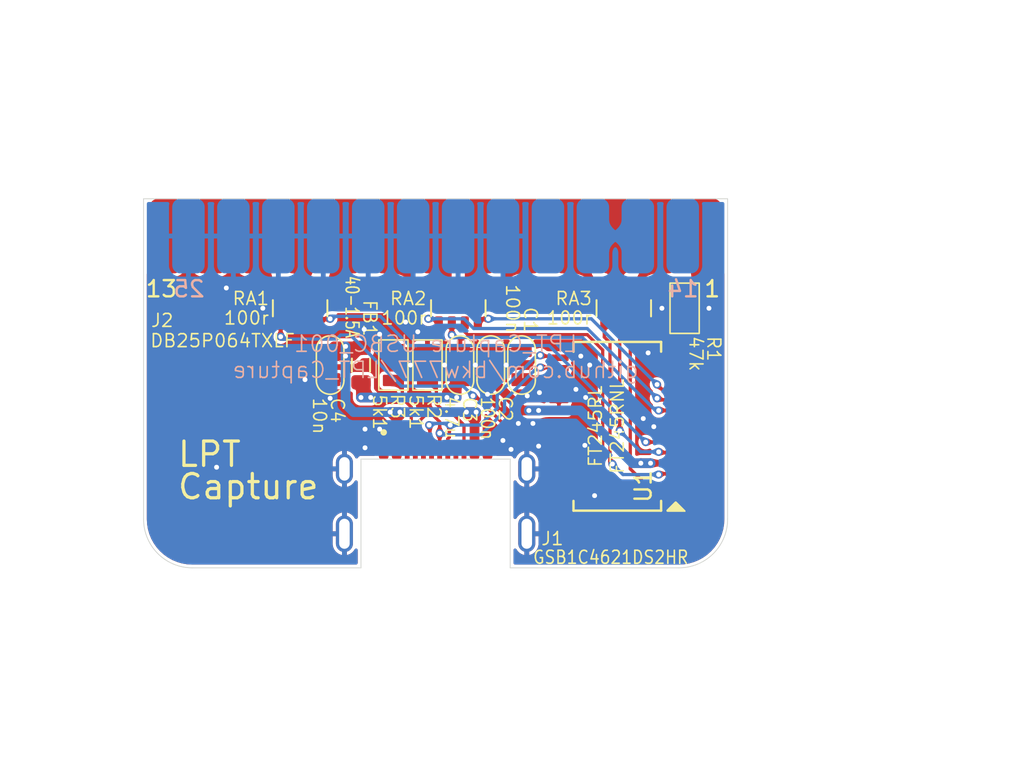
<source format=kicad_pcb>
(kicad_pcb (version 20241229) (generator "pcbnew") (generator_version "9.0")
  (title_block (title "LPT_Capture") (date "2025-12-03") (rev "USBC_001") (company "b.kenyon.w@gmail.com") (comment 1 "CC-BY-SA") (comment 2 "github.com/bkw777/LPT_Capture"))
  (layers (0 "F.Cu" signal) (2 "B.Cu" signal) (13 "F.Paste" user) (15 "B.Paste" user) (5 "F.SilkS" user "F.Silkscreen") (7 "B.SilkS" user "B.Silkscreen") (1 "F.Mask" user) (3 "B.Mask" user) (25 "Edge.Cuts" user))
  (net 0 "")
  (net 1 "GND")
  (net 2 "/3v3")
  (net 3 "/USB+")
  (net 4 "/USB-")
  (net 5 "/D1")
  (net 6 "/D2")
  (net 7 "/D0")
  (net 8 "/D3")
  (net 9 "/D5")
  (net 10 "/D6")
  (net 11 "/D4")
  (net 12 "/D7")
  (net 13 "/WR")
  (net 14 "/~{TXE}")
  (net 15 "VCC")
  (net 16 "/ONLINE")
  (net 17 "/~{RST_ERR}")
  (net 18 "/PD6")
  (net 19 "/PD5")
  (net 20 "/PD4")
  (net 21 "/PD3")
  (net 22 "/~{SELIN}")
  (net 23 "/PD1")
  (net 24 "/PD0")
  (net 25 "/~{STROBE}")
  (net 26 "VBUS")
  (net 27 "/BUSY")
  (net 28 "Net-(J1-CC2)")
  (net 29 "/~{AUTOFD}")
  (net 39 "/PD2")
  (net 40 "/PD7")
  (net 41 "Net-(J1-CC1)")
  (footprint "000_LOCAL:R_0805" (layer "F.Cu") (at 165.35 97 -90)
    (property "Reference" "R1" (at 1.65 -1.8 270) (layer "F.SilkS") (effects (font (size 0.8 0.8) (thickness 0.1)) (justify left)))
    (property "Value" "47k" (at 1.65 -0.7 270) (layer "F.SilkS") (effects (font (size 0.8 0.8) (thickness 0.1)) (justify left)))
    (fp_rect (start -1.55 -0.9) (end 1.55 0.9) (stroke (width 0.1)) (fill no) (layer "F.SilkS"))
    (pad "1" smd roundrect (at -0.95 0 270) (size 0.7 1.3) (layers "F.Cu" "F.Mask" "F.Paste") (roundrect_rratio 0.1) (net 25 "/~{STROBE}"))
    (pad "2" smd roundrect (at 0.95 0 270) (size 0.7 1.3) (layers "F.Cu" "F.Mask" "F.Paste") (roundrect_rratio 0.1) (net 15 "VCC"))
  )
  (footprint "000_LOCAL:DSUB-25_Male_EdgeMount_P2.77mm" (layer "F.Cu") (at 150 90.149 180)
    (property "Reference" "J2" (hide yes))
    (property "Value" "DB25P064TXLF" (at 17.65 -8.851 0) (layer "F.SilkS") (effects (font (size 0.8 0.8) (thickness 0.1)) (justify left)))
    (fp_text user "${REFERENCE}" (at 17.6 -7.601 0) (layer "F.SilkS") (effects (font (size 0.8 0.8) (thickness 0.1)) (justify left)))
    (pad "1" smd roundrect (at -16.62 -2.4 180) (size 2 4.6) (layers "F.Cu" "F.Mask") (net 25 "/~{STROBE}"))
    (pad "2" smd roundrect (at -13.85 -2.4 180) (size 2 4.6) (layers "F.Cu" "F.Mask") (net 24 "/PD0"))
    (pad "3" smd roundrect (at -11.08 -2.4 180) (size 2 4.6) (layers "F.Cu" "F.Mask") (net 23 "/PD1"))
    (pad "4" smd roundrect (at -8.31 -2.4 180) (size 2 4.6) (layers "F.Cu" "F.Mask") (net 39 "/PD2"))
    (pad "5" smd roundrect (at -5.54 -2.4 180) (size 2 4.6) (layers "F.Cu" "F.Mask") (net 21 "/PD3"))
    (pad "6" smd roundrect (at -2.77 -2.4 180) (size 2 4.6) (layers "F.Cu" "F.Mask") (net 20 "/PD4"))
    (pad "7" smd roundrect (at 0 -2.4 180) (size 2 4.6) (layers "F.Cu" "F.Mask") (net 19 "/PD5"))
    (pad "8" smd roundrect (at 2.77 -2.4 180) (size 2 4.6) (layers "F.Cu" "F.Mask") (net 18 "/PD6"))
    (pad "9" smd roundrect (at 5.54 -2.4 180) (size 2 4.6) (layers "F.Cu" "F.Mask") (net 40 "/PD7"))
    (pad "10" smd roundrect (at 8.31 -2.4 180) (size 2 4.6) (layers "F.Cu" "F.Mask") (net 25 "/~{STROBE}"))
    (pad "11" smd roundrect (at 11.08 -2.4 180) (size 2 4.6) (layers "F.Cu" "F.Mask") (net 27 "/BUSY"))
    (pad "12" smd roundrect (at 13.85 -2.4 180) (size 2 4.6) (layers "F.Cu" "F.Mask") (net 1 "GND"))
    (pad "13" smd roundrect (at 16.62 -2.4 180) (size 2 4.6) (layers "F.Cu" "F.Mask") (net 16 "/ONLINE"))
    (pad "14" smd roundrect (at -15.235 -2.4 180) (size 2 4.6) (layers "B.Cu" "B.Mask") (net 29 "/~{AUTOFD}"))
    (pad "15" smd roundrect (at -12.465 -2.4 180) (size 2 4.6) (layers "B.Cu" "B.Mask") (net 17 "/~{RST_ERR}"))
    (pad "16" smd roundrect (at -9.695 -2.4 180) (size 2 4.6) (layers "B.Cu" "B.Mask") (net 17 "/~{RST_ERR}"))
    (pad "17" smd roundrect (at -6.925 -2.4 180) (size 2 4.6) (layers "B.Cu" "B.Mask") (net 22 "/~{SELIN}"))
    (pad "18" smd roundrect (at -4.155 -2.4 180) (size 2 4.6) (layers "B.Cu" "B.Mask") (net 1 "GND"))
    (pad "19" smd roundrect (at -1.385 -2.4 180) (size 2 4.6) (layers "B.Cu" "B.Mask") (net 1 "GND"))
    (pad "20" smd roundrect (at 1.385 -2.4 180) (size 2 4.6) (layers "B.Cu" "B.Mask") (net 1 "GND"))
    (pad "21" smd roundrect (at 4.155 -2.4 180) (size 2 4.6) (layers "B.Cu" "B.Mask") (net 1 "GND"))
    (pad "22" smd roundrect (at 6.925 -2.4 180) (size 2 4.6) (layers "B.Cu" "B.Mask") (net 1 "GND"))
    (pad "23" smd roundrect (at 9.695 -2.4 180) (size 2 4.6) (layers "B.Cu" "B.Mask") (net 1 "GND"))
    (pad "24" smd roundrect (at 12.465 -2.4 180) (size 2 4.6) (layers "B.Cu" "B.Mask") (net 1 "GND"))
    (pad "25" smd roundrect (at 15.235 -2.4 180) (size 2 4.6) (layers "B.Cu" "B.Mask") (net 1 "GND"))
  )
  (footprint "000_LOCAL:C_0805" (layer "F.Cu") (at 151.5 100.5 90)
    (property "Reference" "C3" (at -1.9 0.6 270) (layer "F.SilkS") (effects (font (size 0.8 0.8) (thickness 0.1)) (justify left)))
    (property "Value" "4.7u" (at -1.85 -0.5 270) (layer "F.SilkS") (effects (font (size 0.8 0.8) (thickness 0.1)) (justify left)))
    (fp_line (start -0.95 -0.85) (end 0.95 -0.85) (stroke (width 0.1)) (layer "F.SilkS"))
    (fp_line (start -0.95 0.85) (end 0.95 0.85) (stroke (width 0.1)) (layer "F.SilkS"))
    (fp_arc (start 0.95 -0.85) (mid 1.8 0) (end 0.95 0.85) (stroke (width 0.1)) (layer "F.SilkS"))
    (fp_arc (start -0.95 0.85) (mid -1.8 0) (end -0.95 -0.85) (stroke (width 0.1)) (layer "F.SilkS"))
    (pad "1" smd roundrect (at -0.9 0 90) (size 0.8 1.25) (layers "F.Cu" "F.Mask" "F.Paste") (roundrect_rratio 0.1) (net 15 "VCC"))
    (pad "2" smd roundrect (at 0.9 0 90) (size 0.8 1.25) (layers "F.Cu" "F.Mask" "F.Paste") (roundrect_rratio 0.1) (net 1 "GND"))
  )
  (footprint "000_LOCAL:R_Array_Convex_4x0603" (layer "F.Cu") (at 151.4 97 90)
    (property "Reference" "RA2" (at 0.6 -1.9 0) (layer "F.SilkS") (effects (font (size 0.8 0.8) (thickness 0.1)) (justify right)))
    (property "Value" "100r" (at -0.6 -1.9 0) (layer "F.SilkS") (effects (font (size 0.8 0.8) (thickness 0.1)) (justify right)))
    (fp_line (start 0.5 -1.68) (end -0.5 -1.68) (stroke (width 0.12)) (layer "F.SilkS"))
    (fp_line (start 0.5 1.68) (end -0.5 1.68) (stroke (width 0.12)) (layer "F.SilkS"))
    (pad "1" smd roundrect (at -0.9 -1.2 90) (size 0.8 0.5) (layers "F.Cu" "F.Mask" "F.Paste") (roundrect_rratio 0.2) (net 10 "/D6"))
    (pad "2" smd roundrect (at -0.9 -0.4 90) (size 0.8 0.5) (layers "F.Cu" "F.Mask" "F.Paste") (roundrect_rratio 0.2) (net 9 "/D5"))
    (pad "3" smd roundrect (at -0.9 0.4 90) (size 0.8 0.5) (layers "F.Cu" "F.Mask" "F.Paste") (roundrect_rratio 0.2) (net 11 "/D4"))
    (pad "4" smd roundrect (at -0.9 1.2 90) (size 0.8 0.5) (layers "F.Cu" "F.Mask" "F.Paste") (roundrect_rratio 0.2) (net 8 "/D3"))
    (pad "5" smd roundrect (at 0.9 1.2 90) (size 0.8 0.5) (layers "F.Cu" "F.Mask" "F.Paste") (roundrect_rratio 0.2) (net 21 "/PD3"))
    (pad "6" smd roundrect (at 0.9 0.4 90) (size 0.8 0.5) (layers "F.Cu" "F.Mask" "F.Paste") (roundrect_rratio 0.2) (net 20 "/PD4"))
    (pad "7" smd roundrect (at 0.9 -0.4 90) (size 0.8 0.5) (layers "F.Cu" "F.Mask" "F.Paste") (roundrect_rratio 0.2) (net 19 "/PD5"))
    (pad "8" smd roundrect (at 0.9 -1.2 90) (size 0.8 0.5) (layers "F.Cu" "F.Mask" "F.Paste") (roundrect_rratio 0.2) (net 18 "/PD6"))
  )
  (footprint "000_LOCAL:SSOP-28" (layer "F.Cu") (at 161.2 104.275 180)
    (property "Reference" "U1" (at -1.6 -4.8 90) (layer "F.SilkS") (effects (justify left)))
    (property "Value" "FT245RL" (at 1.35 0 90) (layer "F.SilkS") (effects (font (size 0.8 0.8) (thickness 0.1))))
    (fp_line (start 2.700001 5.2) (end 2.700001 4.6) (stroke (width 0.15)) (layer "F.SilkS"))
    (fp_line (start 2.700001 5.2) (end -2.7 5.2) (stroke (width 0.15)) (layer "F.SilkS"))
    (fp_line (start 2.7 -5.2) (end 2.7 -4.6) (stroke (width 0.15)) (layer "F.SilkS"))
    (fp_line (start -2.7 5.2) (end -2.7 4.6) (stroke (width 0.15)) (layer "F.SilkS"))
    (fp_line (start -2.7 -5.2) (end 2.7 -5.2) (stroke (width 0.15)) (layer "F.SilkS"))
    (fp_line (start -2.7 -5.2) (end -2.7 -4.6) (stroke (width 0.15)) (layer "F.SilkS"))
    (fp_poly (pts (xy -3.6 -4.7) (xy -3.1 -5.2) (xy -4.1 -5.2)) (stroke (width 0.15)) (fill yes) (layer "F.SilkS"))
    (pad "1" smd roundrect (at -3.6 -4.225 180) (size 1.2 0.4) (layers "F.Cu" "F.Mask" "F.Paste") (roundrect_rratio 0.18) (net 7 "/D0"))
    (pad "2" smd roundrect (at -3.6 -3.575 180) (size 1.2 0.4) (layers "F.Cu" "F.Mask" "F.Paste") (roundrect_rratio 0.18) (net 11 "/D4"))
    (pad "3" smd roundrect (at -3.6 -2.925 180) (size 1.2 0.4) (layers "F.Cu" "F.Mask" "F.Paste") (roundrect_rratio 0.18) (net 6 "/D2"))
    (pad "4" smd roundrect (at -3.6 -2.275 180) (size 1.2 0.4) (layers "F.Cu" "F.Mask" "F.Paste") (roundrect_rratio 0.18) (net 15 "VCC"))
    (pad "5" smd roundrect (at -3.6 -1.625 180) (size 1.2 0.4) (layers "F.Cu" "F.Mask" "F.Paste") (roundrect_rratio 0.18) (net 5 "/D1"))
    (pad "6" smd roundrect (at -3.6 -0.975 180) (size 1.2 0.4) (layers "F.Cu" "F.Mask" "F.Paste") (roundrect_rratio 0.18) (net 12 "/D7"))
    (pad "7" smd roundrect (at -3.6 -0.325 180) (size 1.2 0.4) (layers "F.Cu" "F.Mask" "F.Paste") (roundrect_rratio 0.18) (net 1 "GND"))
    (pad "8" smd roundrect (at -3.6 0.325 180) (size 1.2 0.4) (layers "F.Cu" "F.Mask" "F.Paste") (roundrect_rratio 0.18))
    (pad "9" smd roundrect (at -3.6 0.975 180) (size 1.2 0.4) (layers "F.Cu" "F.Mask" "F.Paste") (roundrect_rratio 0.18) (net 9 "/D5"))
    (pad "10" smd roundrect (at -3.6 1.625 180) (size 1.2 0.4) (layers "F.Cu" "F.Mask" "F.Paste") (roundrect_rratio 0.18) (net 10 "/D6"))
    (pad "11" smd roundrect (at -3.6 2.275 180) (size 1.2 0.4) (layers "F.Cu" "F.Mask" "F.Paste") (roundrect_rratio 0.18) (net 8 "/D3"))
    (pad "12" smd roundrect (at -3.6 2.925 180) (size 1.2 0.4) (layers "F.Cu" "F.Mask" "F.Paste") (roundrect_rratio 0.18))
    (pad "13" smd roundrect (at -3.6 3.575 180) (size 1.2 0.4) (layers "F.Cu" "F.Mask" "F.Paste") (roundrect_rratio 0.18) (net 15 "VCC"))
    (pad "14" smd roundrect (at -3.6 4.225 180) (size 1.2 0.4) (layers "F.Cu" "F.Mask" "F.Paste") (roundrect_rratio 0.18) (net 13 "/WR"))
    (pad "15" smd roundrect (at 3.6 4.225 180) (size 1.2 0.4) (layers "F.Cu" "F.Mask" "F.Paste") (roundrect_rratio 0.18) (net 3 "/USB+"))
    (pad "16" smd roundrect (at 3.6 3.575 180) (size 1.2 0.4) (layers "F.Cu" "F.Mask" "F.Paste") (roundrect_rratio 0.18) (net 4 "/USB-"))
    (pad "17" smd roundrect (at 3.6 2.925 180) (size 1.2 0.4) (layers "F.Cu" "F.Mask" "F.Paste") (roundrect_rratio 0.18) (net 2 "/3v3"))
    (pad "18" smd roundrect (at 3.6 2.275 180) (size 1.2 0.4) (layers "F.Cu" "F.Mask" "F.Paste") (roundrect_rratio 0.18) (net 1 "GND"))
    (pad "19" smd roundrect (at 3.6 1.625 180) (size 1.2 0.4) (layers "F.Cu" "F.Mask" "F.Paste") (roundrect_rratio 0.18) (net 15 "VCC"))
    (pad "20" smd roundrect (at 3.6 0.975 180) (size 1.2 0.4) (layers "F.Cu" "F.Mask" "F.Paste") (roundrect_rratio 0.18) (net 15 "VCC"))
    (pad "21" smd roundrect (at 3.6 0.325 180) (size 1.2 0.4) (layers "F.Cu" "F.Mask" "F.Paste") (roundrect_rratio 0.18) (net 1 "GND"))
    (pad "22" smd roundrect (at 3.6 -0.325 180) (size 1.2 0.4) (layers "F.Cu" "F.Mask" "F.Paste") (roundrect_rratio 0.18) (net 14 "/~{TXE}"))
    (pad "23" smd roundrect (at 3.6 -0.975 180) (size 1.2 0.4) (layers "F.Cu" "F.Mask" "F.Paste") (roundrect_rratio 0.18))
    (pad "24" smd roundrect (at 3.6 -1.625 180) (size 1.2 0.4) (layers "F.Cu" "F.Mask" "F.Paste") (roundrect_rratio 0.18))
    (pad "25" smd roundrect (at 3.6 -2.275 180) (size 1.2 0.4) (layers "F.Cu" "F.Mask" "F.Paste") (roundrect_rratio 0.18) (net 1 "GND"))
    (pad "26" smd roundrect (at 3.6 -2.925 180) (size 1.2 0.4) (layers "F.Cu" "F.Mask" "F.Paste") (roundrect_rratio 0.18) (net 1 "GND"))
    (pad "27" smd roundrect (at 3.6 -3.575 180) (size 1.2 0.4) (layers "F.Cu" "F.Mask" "F.Paste") (roundrect_rratio 0.18))
    (pad "28" smd roundrect (at 3.6 -4.225 180) (size 1.2 0.4) (layers "F.Cu" "F.Mask" "F.Paste") (roundrect_rratio 0.18))
  )
  (footprint "000_LOCAL:R_Array_Convex_4x0603" (layer "F.Cu") (at 141.65 97 90)
    (property "Reference" "RA1" (at 0.6 -1.85 0) (layer "F.SilkS") (effects (font (size 0.8 0.8) (thickness 0.1)) (justify right)))
    (property "Value" "100r" (at -0.6 -1.85 0) (layer "F.SilkS") (effects (font (size 0.8 0.8) (thickness 0.1)) (justify right)))
    (fp_line (start 0.5 -1.68) (end -0.5 -1.68) (stroke (width 0.12)) (layer "F.SilkS"))
    (fp_line (start 0.5 1.68) (end -0.5 1.68) (stroke (width 0.12)) (layer "F.SilkS"))
    (pad "1" smd roundrect (at -0.9 -1.2 90) (size 0.8 0.5) (layers "F.Cu" "F.Mask" "F.Paste") (roundrect_rratio 0.2) (net 14 "/~{TXE}"))
    (pad "2" smd roundrect (at -0.9 -0.4 90) (size 0.8 0.5) (layers "F.Cu" "F.Mask" "F.Paste") (roundrect_rratio 0.2))
    (pad "3" smd roundrect (at -0.9 0.4 90) (size 0.8 0.5) (layers "F.Cu" "F.Mask" "F.Paste") (roundrect_rratio 0.2))
    (pad "4" smd roundrect (at -0.9 1.2 90) (size 0.8 0.5) (layers "F.Cu" "F.Mask" "F.Paste") (roundrect_rratio 0.2) (net 12 "/D7"))
    (pad "5" smd roundrect (at 0.9 1.2 90) (size 0.8 0.5) (layers "F.Cu" "F.Mask" "F.Paste") (roundrect_rratio 0.2) (net 40 "/PD7"))
    (pad "6" smd roundrect (at 0.9 0.4 90) (size 0.8 0.5) (layers "F.Cu" "F.Mask" "F.Paste") (roundrect_rratio 0.2) (net 25 "/~{STROBE}"))
    (pad "7" smd roundrect (at 0.9 -0.4 90) (size 0.8 0.5) (layers "F.Cu" "F.Mask" "F.Paste") (roundrect_rratio 0.2))
    (pad "8" smd roundrect (at 0.9 -1.2 90) (size 0.8 0.5) (layers "F.Cu" "F.Mask" "F.Paste") (roundrect_rratio 0.2) (net 27 "/BUSY"))
  )
  (footprint "000_LOCAL:C_0805" (layer "F.Cu") (at 155.3 100.5 90)
    (property "Reference" "C1" (at 1.95 0.55 270) (layer "F.SilkS") (effects (font (size 0.8 0.8) (thickness 0.1)) (justify right)))
    (property "Value" "100n" (at 1.9 -0.55 270) (layer "F.SilkS") (effects (font (size 0.8 0.8) (thickness 0.1)) (justify right)))
    (fp_line (start -0.95 -0.85) (end 0.95 -0.85) (stroke (width 0.1)) (layer "F.SilkS"))
    (fp_line (start -0.95 0.85) (end 0.95 0.85) (stroke (width 0.1)) (layer "F.SilkS"))
    (fp_arc (start 0.95 -0.85) (mid 1.8 0) (end 0.95 0.85) (stroke (width 0.1)) (layer "F.SilkS"))
    (fp_arc (start -0.95 0.85) (mid -1.8 0) (end -0.95 -0.85) (stroke (width 0.1)) (layer "F.SilkS"))
    (pad "1" smd roundrect (at -0.9 0 90) (size 0.8 1.25) (layers "F.Cu" "F.Mask" "F.Paste") (roundrect_rratio 0.1) (net 2 "/3v3"))
    (pad "2" smd roundrect (at 0.9 0 90) (size 0.8 1.25) (layers "F.Cu" "F.Mask" "F.Paste") (roundrect_rratio 0.1) (net 1 "GND"))
  )
  (footprint "000_LOCAL:R_Array_Convex_4x0603" (layer "F.Cu") (at 161.6 97 90)
    (property "Reference" "RA3" (at 0.6 -1.9 0) (layer "F.SilkS") (effects (font (size 0.8 0.8) (thickness 0.1)) (justify right)))
    (property "Value" "100r" (at -0.6 -1.9 0) (layer "F.SilkS") (effects (font (size 0.8 0.8) (thickness 0.1)) (justify right)))
    (fp_line (start 0.5 -1.68) (end -0.5 -1.68) (stroke (width 0.12)) (layer "F.SilkS"))
    (fp_line (start 0.5 1.68) (end -0.5 1.68) (stroke (width 0.12)) (layer "F.SilkS"))
    (pad "1" smd roundrect (at -0.9 -1.2 90) (size 0.8 0.5) (layers "F.Cu" "F.Mask" "F.Paste") (roundrect_rratio 0.2) (net 6 "/D2"))
    (pad "2" smd roundrect (at -0.9 -0.4 90) (size 0.8 0.5) (layers "F.Cu" "F.Mask" "F.Paste") (roundrect_rratio 0.2) (net 5 "/D1"))
    (pad "3" smd roundrect (at -0.9 0.4 90) (size 0.8 0.5) (layers "F.Cu" "F.Mask" "F.Paste") (roundrect_rratio 0.2) (net 7 "/D0"))
    (pad "4" smd roundrect (at -0.9 1.2 90) (size 0.8 0.5) (layers "F.Cu" "F.Mask" "F.Paste") (roundrect_rratio 0.2) (net 13 "/WR"))
    (pad "5" smd roundrect (at 0.9 1.2 90) (size 0.8 0.5) (layers "F.Cu" "F.Mask" "F.Paste") (roundrect_rratio 0.2) (net 25 "/~{STROBE}"))
    (pad "6" smd roundrect (at 0.9 0.4 90) (size 0.8 0.5) (layers "F.Cu" "F.Mask" "F.Paste") (roundrect_rratio 0.2) (net 24 "/PD0"))
    (pad "7" smd roundrect (at 0.9 -0.4 90) (size 0.8 0.5) (layers "F.Cu" "F.Mask" "F.Paste") (roundrect_rratio 0.2) (net 23 "/PD1"))
    (pad "8" smd roundrect (at 0.9 -1.2 90) (size 0.8 0.5) (layers "F.Cu" "F.Mask" "F.Paste") (roundrect_rratio 0.2) (net 39 "/PD2"))
  )
  (footprint "000_LOCAL:C_0805" (layer "F.Cu") (at 153.4 100.5 90)
    (property "Reference" "C2" (at -1.85 0.9 270) (layer "F.SilkS") (effects (font (size 0.8 0.8) (thickness 0.1)) (justify left)))
    (property "Value" "100n" (at -1.9 -0.2 270) (layer "F.SilkS") (effects (font (size 0.8 0.7) (thickness 0.1)) (justify left)))
    (fp_line (start -0.95 -0.85) (end 0.95 -0.85) (stroke (width 0.1)) (layer "F.SilkS"))
    (fp_line (start -0.95 0.85) (end 0.95 0.85) (stroke (width 0.1)) (layer "F.SilkS"))
    (fp_arc (start 0.95 -0.85) (mid 1.8 0) (end 0.95 0.85) (stroke (width 0.1)) (layer "F.SilkS"))
    (fp_arc (start -0.95 0.85) (mid -1.8 0) (end -0.95 -0.85) (stroke (width 0.1)) (layer "F.SilkS"))
    (pad "1" smd roundrect (at -0.9 0 90) (size 0.8 1.25) (layers "F.Cu" "F.Mask" "F.Paste") (roundrect_rratio 0.1) (net 15 "VCC"))
    (pad "2" smd roundrect (at 0.9 0 90) (size 0.8 1.25) (layers "F.Cu" "F.Mask" "F.Paste") (roundrect_rratio 0.1) (net 1 "GND"))
  )
  (footprint "000_LOCAL:L_0805" (layer "F.Cu") (at 145.4 100.5 -90)
    (property "Reference" "FB1" (at -1.7 -0.55 270) (layer "F.SilkS") (effects (font (size 0.8 0.8) (thickness 0.1)) (justify right)))
    (property "Value" "40-1.5A" (at -1.6 0.55 270) (layer "F.SilkS") (effects (font (size 0.8 0.6) (thickness 0.1)) (justify right)))
    (fp_line (start -0.399622 0.56) (end 0.399622 0.56) (stroke (width 0.12)) (layer "F.SilkS"))
    (fp_line (start -0.399622 -0.56) (end 0.399622 -0.56) (stroke (width 0.12)) (layer "F.SilkS"))
    (pad "1" smd roundrect (at -1.0625 0 270) (size 0.875 1.2) (layers "F.Cu" "F.Mask" "F.Paste") (net 26 "VBUS"))
    (pad "2" smd roundrect (at 1.0625 0 270) (size 0.875 1.2) (layers "F.Cu" "F.Mask" "F.Paste") (net 15 "VCC"))
  )
  (footprint "000_LOCAL:C_0805" (layer "F.Cu") (at 143.5 100.5 -90)
    (property "Reference" "C4" (at 1.95 -0.45 270) (layer "F.SilkS") (effects (font (size 0.8 0.8) (thickness 0.1)) (justify left)))
    (property "Value" "10n" (at 1.95 0.65 270) (layer "F.SilkS") (effects (font (size 0.8 0.8) (thickness 0.1)) (justify left)))
    (fp_line (start -0.95 0.85) (end 0.95 0.85) (stroke (width 0.1)) (layer "F.SilkS"))
    (fp_line (start -0.95 -0.85) (end 0.95 -0.85) (stroke (width 0.1)) (layer "F.SilkS"))
    (fp_arc (start -0.95 0.85) (mid -1.8 0) (end -0.95 -0.85) (stroke (width 0.1)) (layer "F.SilkS"))
    (fp_arc (start 0.95 -0.85) (mid 1.8 0) (end 0.95 0.85) (stroke (width 0.1)) (layer "F.SilkS"))
    (pad "1" smd roundrect (at -0.9 0 270) (size 0.8 1.25) (layers "F.Cu" "F.Mask" "F.Paste") (roundrect_rratio 0.1) (net 26 "VBUS"))
    (pad "2" smd roundrect (at 0.9 0 270) (size 0.8 1.25) (layers "F.Cu" "F.Mask" "F.Paste") (roundrect_rratio 0.1) (net 1 "GND"))
  )
  (footprint "000_LOCAL:DSUB-25_Housing" (layer "F.Cu") (at 150 92.55 180)
    (property "Reference" "N1" (hide yes))
    (property "Value" "956-025-010R031")
  )
  (footprint "000_LOCAL:R_0805" (layer "F.Cu") (at 147.4 100.5 -90)
    (property "Reference" "R3" (at 1.7 -0.25 270) (layer "F.SilkS") (effects (font (size 0.8 0.8) (thickness 0.1)) (justify left)))
    (property "Value" "5k1" (at 1.75 0.85 270) (layer "F.SilkS") (effects (font (size 0.8 0.8) (thickness 0.1)) (justify left)))
    (fp_poly (pts (xy -1.55 -0.900001) (xy 1.55 -0.900001) (xy 1.55 0.900001) (xy -1.55 0.900001)) (stroke (width 0.1)) (fill no) (layer "F.SilkS"))
    (pad "1" smd roundrect (at -0.949999 0 270) (size 0.7 1.3) (layers "F.Cu" "F.Mask" "F.Paste") (roundrect_rratio 0.1) (net 1 "GND"))
    (pad "2" smd roundrect (at 0.949999 0 270) (size 0.7 1.3) (layers "F.Cu" "F.Mask" "F.Paste") (roundrect_rratio 0.1) (net 41 "Net-(J1-CC1)"))
  )
  (footprint "000_LOCAL:Fiducial_0.75_1.5" (layer "F.Cu") (at 166.1 111.1)
    (property "Reference" "REF**" (hide yes))
    (property "Value" "Fiducial" (hide yes))
    (pad "" smd circle (at 0 0) (size 0.75 0.75) (layers "F.Cu" "F.Mask") (clearance 0.375))
  )
  (footprint "000_LOCAL:Fiducial_0.75_1.5" (layer "F.Cu") (at 135 96)
    (property "Reference" "REF**" (hide yes))
    (property "Value" "Fiducial" (hide yes))
    (pad "" smd circle (at 0 0) (size 0.75 0.75) (layers "F.Cu" "F.Mask") (clearance 0.375))
  )
  (footprint "000_LOCAL:USBC_16pin_mid_mount" (layer "F.Cu") (at 150 110.9)
    (property "Reference" "J1" (at 6.45 0.3 0) (layer "F.SilkS") (effects (font (size 0.8 0.8) (thickness 0.1)) (justify left)))
    (property "Value" "GSB1C4621DS2HR" (at 5.95 1.45 0) (layer "F.SilkS") (effects (font (size 0.8 0.7) (thickness 0.1)) (justify left)))
    (fp_circle (center -3.2 -6.25) (end -3.1 -6.25) (stroke (width 0.2)) (fill no) (layer "F.SilkS"))
    (pad "A1B12" smd roundrect (at -3.2 -5.15) (size 0.6 1.1) (layers "F.Cu" "F.Mask" "F.Paste") (net 1 "GND"))
    (pad "A4B9" smd roundrect (at -2.4 -5.15) (size 0.6 1.1) (layers "F.Cu" "F.Mask" "F.Paste") (net 26 "VBUS"))
    (pad "A5" smd roundrect (at -1.25 -5.15) (size 0.3 1.1) (layers "F.Cu" "F.Mask" "F.Paste") (net 41 "Net-(J1-CC1)"))
    (pad "A6" smd roundrect (at -0.25 -5.15) (size 0.3 1.1) (layers "F.Cu" "F.Mask" "F.Paste") (net 3 "/USB+"))
    (pad "A7" smd roundrect (at 0.25 -5.15) (size 0.3 1.1) (layers "F.Cu" "F.Mask" "F.Paste") (net 4 "/USB-"))
    (pad "A8" smd roundrect (at 1.25 -5.15) (size 0.3 1.1) (layers "F.Cu" "F.Mask" "F.Paste"))
    (pad "B1A12" smd roundrect (at 3.2 -5.15) (size 0.6 1.1) (layers "F.Cu" "F.Mask" "F.Paste") (net 1 "GND"))
    (pad "B4A9" smd roundrect (at 2.4 -5.15) (size 0.6 1.1) (layers "F.Cu" "F.Mask" "F.Paste") (net 26 "VBUS"))
    (pad "B5" smd roundrect (at 1.75 -5.15) (size 0.3 1.1) (layers "F.Cu" "F.Mask" "F.Paste") (net 28 "Net-(J1-CC2)"))
    (pad "B6" smd roundrect (at 0.75 -5.15) (size 0.3 1.1) (layers "F.Cu" "F.Mask" "F.Paste") (net 3 "/USB+"))
    (pad "B7" smd roundrect (at -0.75 -5.15) (size 0.3 1.1) (layers "F.Cu" "F.Mask" "F.Paste") (net 4 "/USB-"))
    (pad "B8" smd roundrect (at -1.75 -5.15) (size 0.3 1.1) (layers "F.Cu" "F.Mask" "F.Paste"))
    (pad "S" thru_hole oval (at -5.62 -4) (size 1.05 1.85) (drill oval 0.65 1.45) (layers "*.Cu" "*.Mask") (net 1 "GND"))
    (pad "S" thru_hole oval (at -5.62 0) (size 1.05 2.25) (drill oval 0.65 1.85) (layers "*.Cu" "*.Mask") (net 1 "GND"))
    (pad "S" thru_hole oval (at 5.62 -4) (size 1.05 1.85) (drill oval 0.65 1.45) (layers "*.Cu" "*.Mask") (net 1 "GND"))
    (pad "S" thru_hole oval (at 5.62 0) (size 1.05 2.25) (drill oval 0.65 1.85) (layers "*.Cu" "*.Mask") (net 1 "GND"))
  )
  (footprint "000_LOCAL:R_0805" (layer "F.Cu") (at 149.5 100.5 -90)
    (property "Reference" "R2" (at 1.7 -0.4 270) (layer "F.SilkS") (effects (font (size 0.8 0.8) (thickness 0.1)) (justify left)))
    (property "Value" "5k1" (at 1.75 0.7 270) (layer "F.SilkS") (effects (font (size 0.8 0.8) (thickness 0.1)) (justify left)))
    (fp_poly (pts (xy -1.55 -0.900001) (xy 1.55 -0.900001) (xy 1.55 0.900001) (xy -1.55 0.900001)) (stroke (width 0.1)) (fill no) (layer "F.SilkS"))
    (pad "1" smd roundrect (at -0.949999 0 270) (size 0.7 1.3) (layers "F.Cu" "F.Mask" "F.Paste") (roundrect_rratio 0.1) (net 1 "GND"))
    (pad "2" smd roundrect (at 0.949999 0 270) (size 0.7 1.3) (layers "F.Cu" "F.Mask" "F.Paste") (roundrect_rratio 0.1) (net 28 "Net-(J1-CC2)"))
  )
  (footprint "000_LOCAL:Fiducial_0.75_1.5" (layer "F.Cu") (at 135 110)
    (property "Reference" "REF**" (hide yes))
    (property "Value" "Fiducial" (hide yes))
    (pad "" smd circle (at 0 0) (size 0.75 0.75) (layers "F.Cu" "F.Mask") (clearance 0.375))
  )
  (gr_line (start 132 110) (end 132 90.25) (stroke (width 0.05)) (layer "Edge.Cuts"))
  (gr_line (start 168 90.25) (end 168 110) (stroke (width 0.05)) (layer "Edge.Cuts"))
  (gr_line (start 132 90.25) (end 168 90.25) (stroke (width 0.05)) (layer "Edge.Cuts"))
  (gr_line (start 145.4 113) (end 135 113) (stroke (width 0.05)) (layer "Edge.Cuts"))
  (gr_line (start 154.6 113) (end 165 113) (stroke (width 0.05)) (layer "Edge.Cuts"))
  (gr_arc (start 168 110) (mid 167.12132 112.12132) (end 165 113) (stroke (width 0.05)) (layer "Edge.Cuts"))
  (gr_arc (start 135 113) (mid 132.87868 112.12132) (end 132 110) (stroke (width 0.05)) (layer "Edge.Cuts"))
  (gr_line (start 145.4 113) (end 145.4 106.3) (stroke (width 0.05)) (layer "Edge.Cuts"))
  (gr_line (start 145.4 106.3) (end 154.6 106.3) (stroke (width 0.05)) (layer "Edge.Cuts"))
  (gr_line (start 154.6 106.3) (end 154.6 113) (stroke (width 0.05)) (layer "Edge.Cuts"))
  (gr_text "1" (at 167.05 95.809 0) (layer "F.SilkS") (effects (font (size 1 1))))
  (gr_text "13" (at 133.1 95.809 0) (layer "F.SilkS") (effects (font (size 1 1))))
  (gr_text "Capture" (at 134 108 0) (layer "F.SilkS") (effects (font (size 1.5 1.5) (thickness 0.2)) (justify left)))
  (gr_text "LPT" (at 134 106 0) (layer "F.SilkS") (effects (font (size 1.5 1.5) (thickness 0.2)) (justify left)))
  (gr_text "FT245RNL" (at 161.2 104.275 90) (layer "F.SilkS") (effects (font (size 0.8 0.8) (thickness 0.1))))
  (gr_text "${TITLE} ${REVISION}\n${COMMENT2}" (at 150 100 0) (layer "B.SilkS") (effects (font (size 1 1) (thickness 0.1)) (justify mirror)))
  (gr_text "14" (at 165.25 95.809 0) (layer "B.SilkS") (effects (font (size 1 1)) (justify mirror)))
  (gr_text "25" (at 134.8 95.809 0) (layer "B.SilkS") (effects (font (size 1 1)) (justify mirror)))
  (via (at 163.95 97) (size 0.5) (drill 0.3) (layers "F.Cu" "B.Cu") (net 1))
  (via (at 154.15 105.15) (size 0.5) (drill 0.3) (layers "F.Cu" "B.Cu") (net 1))
  (via (at 148.9 98.45) (size 0.5) (drill 0.3) (layers "F.Cu" "B.Cu") (net 1))
  (via (at 156 104.1) (size 0.5) (drill 0.3) (layers "F.Cu" "B.Cu") (net 1))
  (via (at 141.95 101.4) (size 0.5) (drill 0.3) (layers "F.Cu" "B.Cu") (net 1))
  (via (at 156.35 105.5) (size 0.5) (drill 0.3) (layers "F.Cu" "B.Cu") (net 1))
  (via (at 159.5 100.5) (size 0.5) (drill 0.3) (layers "F.Cu" "B.Cu") (net 1))
  (via (at 154.35 100.5) (size 0.5) (drill 0.3) (layers "F.Cu" "B.Cu") (net 1))
  (via (at 136.5 106.8) (size 0.5) (drill 0.3) (layers "F.Cu" "B.Cu") (net 1))
  (via (at 152.45 100.5) (size 0.5) (drill 0.3) (layers "F.Cu" "B.Cu") (net 1))
  (via (at 139.35 97) (size 0.5) (drill 0.3) (layers "F.Cu" "B.Cu") (net 1))
  (via (at 145.6 98.3) (size 0.5) (drill 0.3) (layers "F.Cu" "B.Cu") (net 1))
  (via (at 159.2 105.45) (size 0.5) (drill 0.3) (layers "F.Cu" "B.Cu") (net 1))
  (via (at 163.45 104.3) (size 0.5) (drill 0.3) (layers "F.Cu" "B.Cu") (net 1))
  (via (at 158.65 102) (size 0.5) (drill 0.3) (layers "F.Cu" "B.Cu") (net 1))
  (via (at 162.8 103.8) (size 0.5) (drill 0.3) (layers "F.Cu" "B.Cu") (net 1))
  (via (at 148.15 97.85) (size 0.5) (drill 0.3) (layers "F.Cu" "B.Cu") (net 1))
  (via (at 156.4 102.2) (size 0.5) (drill 0.3) (layers "F.Cu" "B.Cu") (net 1))
  (via (at 137.1 95.75) (size 0.5) (drill 0.3) (layers "F.Cu" "B.Cu") (net 1))
  (via (at 148.45 100.5) (size 0.5) (drill 0.3) (layers "F.Cu" "B.Cu") (net 1))
  (via (at 150.55 100.5) (size 0.5) (drill 0.3) (layers "F.Cu" "B.Cu") (net 1))
  (via (at 163.1 99.75) (size 0.5) (drill 0.3) (layers "F.Cu" "B.Cu") (net 1))
  (via (at 145.65 104.45) (size 0.5) (drill 0.3) (layers "F.Cu" "B.Cu") (net 1))
  (via (at 155.65 102.4) (size 0.5) (drill 0.3) (layers "F.Cu" "B.Cu") (net 1))
  (via (at 145.65 105.6) (size 0.5) (drill 0.3) (layers "F.Cu" "B.Cu") (net 1))
  (via (at 146.55 104.45) (size 0.5) (drill 0.3) (layers "F.Cu" "B.Cu") (net 1))
  (via (at 159.25 102.5) (size 0.5) (drill 0.3) (layers "F.Cu" "B.Cu") (net 1))
  (via (at 155.1 104.1) (size 0.5) (drill 0.3) (layers "F.Cu" "B.Cu") (net 1))
  (via (at 154.65 105.7) (size 0.5) (drill 0.3) (layers "F.Cu" "B.Cu") (net 1))
  (via (at 158.95 99.95) (size 0.5) (drill 0.3) (layers "F.Cu" "B.Cu") (net 1))
  (via (at 146.55 98.6) (size 0.5) (drill 0.3) (layers "F.Cu" "B.Cu") (net 1))
  (via (at 143.5 102.55) (size 0.5) (drill 0.3) (layers "F.Cu" "B.Cu") (net 1))
  (via (at 159.8 108.55) (size 0.5) (drill 0.3) (layers "F.Cu" "B.Cu") (net 1))
  (via (at 166.85 97) (size 0.5) (drill 0.3) (layers "F.Cu" "B.Cu") (net 1))
  (via (at 153.2 102.3) (size 0.5) (drill 0.3) (layers "F.Cu" "B.Cu") (net 1))
  (segment (start 157.6 101.35) (end 155.35 101.35) (width 0.4) (layer "F.Cu") (net 2))
  (segment (start 155.35 101.35) (end 155.3 101.4) (width 0.4) (layer "F.Cu") (net 2))
  (segment (start 150.75 105.75) (end 150.75 105.05) (width 0.2) (layer "F.Cu") (net 3))
  (segment (start 157.5 99.95) (end 156.5 99.95) (width 0.2) (layer "F.Cu") (net 3))
  (segment (start 150.75 105.05) (end 150.85 104.95) (width 0.2) (layer "F.Cu") (net 3))
  (segment (start 149.75 105.05) (end 149.65 104.95) (width 0.2) (layer "F.Cu") (net 3))
  (segment (start 150.85 104.95) (end 150.85 104.25) (width 0.2) (layer "F.Cu") (net 3))
  (segment (start 150.85 104.25) (end 150.9 104.2) (width 0.2) (layer "F.Cu") (net 3))
  (segment (start 149.65 104.95) (end 149.65 104.25) (width 0.2) (layer "F.Cu") (net 3))
  (segment (start 149.65 104.25) (end 149.6 104.2) (width 0.2) (layer "F.Cu") (net 3))
  (segment (start 156.5 99.95) (end 156.45 99.9) (width 0.2) (layer "F.Cu") (net 3))
  (segment (start 157.6 100.05) (end 157.5 99.95) (width 0.2) (layer "F.Cu") (net 3))
  (segment (start 149.75 105.75) (end 149.75 105.05) (width 0.2) (layer "F.Cu") (net 3))
  (via (at 150.9 104.2) (size 0.5) (drill 0.3) (layers "F.Cu" "B.Cu") (net 3))
  (via (at 149.6 104.2) (size 0.5) (drill 0.3) (layers "F.Cu" "B.Cu") (net 3))
  (via (at 156.45 99.9) (size 0.5) (drill 0.3) (layers "F.Cu" "B.Cu") (net 3))
  (segment (start 156.45 99.9) (end 156.25 99.9) (width 0.2) (layer "B.Cu") (net 3))
  (segment (start 150.9 104.2) (end 150.8 104.1) (width 0.2) (layer "B.Cu") (net 3))
  (segment (start 150.8 104.1) (end 149.7 104.1) (width 0.2) (layer "B.Cu") (net 3))
  (segment (start 153.8 102.35) (end 153.8 103.15) (width 0.2) (layer "B.Cu") (net 3))
  (segment (start 152.75 104.2) (end 150.9 104.2) (width 0.2) (layer "B.Cu") (net 3))
  (segment (start 153.8 103.15) (end 152.75 104.2) (width 0.2) (layer "B.Cu") (net 3))
  (segment (start 156.25 99.9) (end 153.8 102.35) (width 0.2) (layer "B.Cu") (net 3))
  (segment (start 149.7 104.1) (end 149.6 104.2) (width 0.2) (layer "B.Cu") (net 3))
  (segment (start 149.35 103.6) (end 149 103.95) (width 0.2) (layer "F.Cu") (net 4))
  (segment (start 149 103.95) (end 149 104.5) (width 0.2) (layer "F.Cu") (net 4))
  (segment (start 157.6 100.7) (end 157.55 100.65) (width 0.2) (layer "F.Cu") (net 4))
  (segment (start 149 104.5) (end 149.2 104.7) (width 0.2) (layer "F.Cu") (net 4))
  (segment (start 149.2 105.7) (end 149.25 105.75) (width 0.2) (layer "F.Cu") (net 4))
  (segment (start 150.25 104.7) (end 150.25 105.75) (width 0.2) (layer "F.Cu") (net 4))
  (segment (start 149.2 104.7) (end 149.2 105.7) (width 0.2) (layer "F.Cu") (net 4))
  (segment (start 149.85 103.6) (end 149.35 103.6) (width 0.2) (layer "F.Cu") (net 4))
  (segment (start 150.25 104) (end 149.85 103.6) (width 0.2) (layer "F.Cu") (net 4))
  (segment (start 150.25 104.7) (end 150.25 104) (width 0.2) (layer "F.Cu") (net 4))
  (segment (start 157.55 100.65) (end 156.45 100.65) (width 0.2) (layer "F.Cu") (net 4))
  (via (at 150.25 104.7) (size 0.5) (drill 0.3) (layers "F.Cu" "B.Cu") (net 4))
  (via (at 156.45 100.65) (size 0.5) (drill 0.3) (layers "F.Cu" "B.Cu") (net 4))
  (segment (start 154.25 103.35) (end 154.25 102.675) (width 0.2) (layer "B.Cu") (net 4))
  (segment (start 150.35 104.8) (end 152.8 104.8) (width 0.2) (layer "B.Cu") (net 4))
  (segment (start 150.25 104.7) (end 150.35 104.8) (width 0.2) (layer "B.Cu") (net 4))
  (segment (start 152.8 104.8) (end 154.25 103.35) (width 0.2) (layer "B.Cu") (net 4))
  (segment (start 156.225 100.7) (end 156.45 100.7) (width 0.2) (layer "B.Cu") (net 4))
  (segment (start 154.25 102.675) (end 156.225 100.7) (width 0.2) (layer "B.Cu") (net 4))
  (segment (start 163.8 105.9) (end 164.8 105.9) (width 0.2) (layer "F.Cu") (net 5))
  (segment (start 161.35 104.55) (end 161.35 98.05) (width 0.2) (layer "F.Cu") (net 5))
  (segment (start 163.75 105.85) (end 163.8 105.9) (width 0.2) (layer "F.Cu") (net 5))
  (segment (start 161.35 98.05) (end 161.2 97.9) (width 0.2) (layer "F.Cu") (net 5))
  (via (at 163.75 105.85) (size 0.5) (drill 0.3) (layers "F.Cu" "B.Cu") (net 5))
  (via (at 161.35 104.55) (size 0.5) (drill 0.3) (layers "F.Cu" "B.Cu") (net 5))
  (segment (start 162.65 105.85) (end 163.75 105.85) (width 0.2) (layer "B.Cu") (net 5))
  (segment (start 161.35 104.55) (end 162.65 105.85) (width 0.2) (layer "B.Cu") (net 5))
  (segment (start 160.9 106.6) (end 160.75 106.45) (width 0.2) (layer "F.Cu") (net 6))
  (segment (start 163.8 107.2) (end 164.8 107.2) (width 0.2) (layer "F.Cu") (net 6))
  (segment (start 164.8 107.2) (end 164.8 107.175) (width 0.2) (layer "F.Cu") (net 6))
  (segment (start 163.75 107.25) (end 163.8 107.2) (width 0.2) (layer "F.Cu") (net 6))
  (segment (start 160.75 106.45) (end 160.75 99.125) (width 0.2) (layer "F.Cu") (net 6))
  (segment (start 160.4 98.775) (end 160.4 97.9) (width 0.2) (layer "F.Cu") (net 6))
  (segment (start 160.75 99.125) (end 160.4 98.775) (width 0.2) (layer "F.Cu") (net 6))
  (via (at 160.9 106.6) (size 0.5) (drill 0.3) (layers "F.Cu" "B.Cu") (net 6))
  (via (at 163.75 107.25) (size 0.5) (drill 0.3) (layers "F.Cu" "B.Cu") (net 6))
  (segment (start 160.9 106.6) (end 161.55 107.25) (width 0.2) (layer "B.Cu") (net 6))
  (segment (start 161.55 107.25) (end 163.75 107.25) (width 0.2) (layer "B.Cu") (net 6))
  (segment (start 162 97.9) (end 162 106.9) (width 0.2) (layer "F.Cu") (net 7))
  (segment (start 162 106.9) (end 163.6 108.5) (width 0.2) (layer "F.Cu") (net 7))
  (segment (start 163.6 108.5) (end 164.8 108.5) (width 0.2) (layer "F.Cu") (net 7))
  (segment (start 163.95 102) (end 164.8 102) (width 0.2) (layer "F.Cu") (net 8))
  (segment (start 152.6 97.65) (end 152.6 97.9) (width 0.2) (layer "F.Cu") (net 8))
  (segment (start 163.65 101.7) (end 163.95 102) (width 0.2) (layer "F.Cu") (net 8))
  (segment (start 153.25 97.65) (end 152.6 97.65) (width 0.2) (layer "F.Cu") (net 8))
  (via (at 163.65 101.7) (size 0.5) (drill 0.3) (layers "F.Cu" "B.Cu") (net 8))
  (via (at 153.25 97.65) (size 0.5) (drill 0.3) (layers "F.Cu" "B.Cu") (net 8))
  (segment (start 153.25 97.65) (end 159.6 97.65) (width 0.2) (layer "B.Cu") (net 8))
  (segment (start 159.6 97.65) (end 163.65 101.7) (width 0.2) (layer "B.Cu") (net 8))
  (segment (start 163.75 103.3) (end 164.8 103.3) (width 0.2) (layer "F.Cu") (net 9))
  (segment (start 151 98.65) (end 151 97.9) (width 0.2) (layer "F.Cu") (net 9))
  (via (at 151 98.65) (size 0.5) (drill 0.3) (layers "F.Cu" "B.Cu") (net 9))
  (via (at 163.75 103.3) (size 0.5) (drill 0.3) (layers "F.Cu" "B.Cu") (net 9))
  (segment (start 151.15 98.8) (end 159.05 98.8) (width 0.2) (layer "B.Cu") (net 9))
  (segment (start 159.05 98.8) (end 163.55 103.3) (width 0.2) (layer "B.Cu") (net 9))
  (segment (start 163.55 103.3) (end 163.75 103.3) (width 0.2) (layer "B.Cu") (net 9))
  (segment (start 151 98.65) (end 151.15 98.8) (width 0.2) (layer "B.Cu") (net 9))
  (segment (start 163.65 102.55) (end 163.75 102.65) (width 0.2) (layer "F.Cu") (net 10))
  (segment (start 163.75 102.65) (end 164.8 102.65) (width 0.2) (layer "F.Cu") (net 10))
  (segment (start 149.55 97.65) (end 150.2 97.65) (width 0.2) (layer "F.Cu") (net 10))
  (segment (start 150.2 97.65) (end 150.2 97.9) (width 0.2) (layer "F.Cu") (net 10))
  (via (at 149.55 97.65) (size 0.5) (drill 0.3) (layers "F.Cu" "B.Cu") (net 10))
  (via (at 163.65 102.55) (size 0.5) (drill 0.3) (layers "F.Cu" "B.Cu") (net 10))
  (segment (start 149.55 97.65) (end 151.75 97.65) (width 0.2) (layer "B.Cu") (net 10))
  (segment (start 159.35 98.25) (end 163.65 102.55) (width 0.2) (layer "B.Cu") (net 10))
  (segment (start 151.75 97.65) (end 152.35 98.25) (width 0.2) (layer "B.Cu") (net 10))
  (segment (start 152.35 98.25) (end 159.35 98.25) (width 0.2) (layer "B.Cu") (net 10))
  (segment (start 151.975 98.625) (end 151.8 98.45) (width 0.2) (layer "F.Cu") (net 11))
  (segment (start 151.8 98.45) (end 151.8 97.9) (width 0.2) (layer "F.Cu") (net 11))
  (segment (start 160.3 99.575) (end 159.35 98.625) (width 0.2) (layer "F.Cu") (net 11))
  (segment (start 164.8 107.85) (end 165.6 107.85) (width 0.2) (layer "F.Cu") (net 11))
  (segment (start 165.9 108.15) (end 165.9 108.85) (width 0.2) (layer "F.Cu") (net 11))
  (segment (start 165.65 109.1) (end 162.5 109.1) (width 0.2) (layer "F.Cu") (net 11))
  (segment (start 162.5 109.1) (end 160.3 106.9) (width 0.2) (layer "F.Cu") (net 11))
  (segment (start 165.9 108.85) (end 165.65 109.1) (width 0.2) (layer "F.Cu") (net 11))
  (segment (start 159.35 98.625) (end 151.975 98.625) (width 0.2) (layer "F.Cu") (net 11))
  (segment (start 160.3 106.9) (end 160.3 99.575) (width 0.2) (layer "F.Cu") (net 11))
  (segment (start 165.6 107.85) (end 165.9 108.15) (width 0.2) (layer "F.Cu") (net 11))
  (segment (start 164.75 105.2) (end 164.8 105.25) (width 0.2) (layer "F.Cu") (net 12))
  (segment (start 142.85 97.65) (end 142.85 97.9) (width 0.2) (layer "F.Cu") (net 12))
  (segment (start 162.95 105.25) (end 164.8 105.25) (width 0.2) (layer "F.Cu") (net 12))
  (segment (start 143.5 97.65) (end 142.85 97.65) (width 0.2) (layer "F.Cu") (net 12))
  (via (at 162.95 105.25) (size 0.5) (drill 0.3) (layers "F.Cu" "B.Cu") (net 12))
  (via (at 143.5 97.65) (size 0.5) (drill 0.3) (layers "F.Cu" "B.Cu") (net 12))
  (segment (start 148.4 99.3) (end 157 99.3) (width 0.2) (layer "B.Cu") (net 12))
  (segment (start 157 99.3) (end 162.95 105.25) (width 0.2) (layer "B.Cu") (net 12))
  (segment (start 146.6 97.5) (end 148.4 99.3) (width 0.2) (layer "B.Cu") (net 12))
  (segment (start 143.65 97.5) (end 146.6 97.5) (width 0.2) (layer "B.Cu") (net 12))
  (segment (start 143.5 97.65) (end 143.65 97.5) (width 0.2) (layer "B.Cu") (net 12))
  (segment (start 164.8 100.05) (end 164.3 100.05) (width 0.2) (layer "F.Cu") (net 13))
  (segment (start 164.3 99.55) (end 162.8 98.05) (width 0.2) (layer "F.Cu") (net 13))
  (segment (start 164.3 100.05) (end 164.3 99.55) (width 0.2) (layer "F.Cu") (net 13))
  (segment (start 162.8 98.05) (end 162.8 97.9) (width 0.2) (layer "F.Cu") (net 13))
  (segment (start 154.75 104.7) (end 157.5 104.7) (width 0.2) (layer "F.Cu") (net 14))
  (segment (start 152.3 102.4) (end 152.45 102.4) (width 0.2) (layer "F.Cu") (net 14))
  (segment (start 152.45 102.4) (end 154.75 104.7) (width 0.2) (layer "F.Cu") (net 14))
  (segment (start 157.5 104.7) (end 157.6 104.6) (width 0.2) (layer "F.Cu") (net 14))
  (segment (start 140.45 98.75) (end 140.45 97.9) (width 0.2) (layer "F.Cu") (net 14))
  (via (at 140.45 98.75) (size 0.5) (drill 0.3) (layers "F.Cu" "B.Cu") (net 14))
  (via (at 152.3 102.4) (size 0.5) (drill 0.3) (layers "F.Cu" "B.Cu") (net 14))
  (segment (start 152.3 102.4) (end 151.7 101.8) (width 0.2) (layer "B.Cu") (net 14))
  (segment (start 143.9 98.9) (end 140.6 98.9) (width 0.2) (layer "B.Cu") (net 14))
  (segment (start 151.7 101.8) (end 147.9 101.8) (width 0.2) (layer "B.Cu") (net 14))
  (segment (start 140.6 98.9) (end 140.45 98.75) (width 0.2) (layer "B.Cu") (net 14))
  (segment (start 144.15 98.65) (end 143.9 98.9) (width 0.2) (layer "B.Cu") (net 14))
  (segment (start 144.75 98.65) (end 144.15 98.65) (width 0.2) (layer "B.Cu") (net 14))
  (segment (start 147.9 101.8) (end 144.75 98.65) (width 0.2) (layer "B.Cu") (net 14))
  (segment (start 151.5 101.4) (end 153.4 101.4) (width 0.6) (layer "F.Cu") (net 15))
  (segment (start 165.9 97.95) (end 165.35 97.95) (width 0.2) (layer "F.Cu") (net 15))
  (segment (start 157.6 103.3) (end 157.6 102.625) (width 0.2) (layer "F.Cu") (net 15))
  (segment (start 153.45 101.4) (end 153.4 101.4) (width 0.6) (layer "F.Cu") (net 15))
  (segment (start 156.35 103.3) (end 155.35 103.3) (width 0.6) (layer "F.Cu") (net 15))
  (segment (start 164.8 106.55) (end 165.6 106.55) (width 0.2) (layer "F.Cu") (net 15))
  (segment (start 150.7 102.2) (end 150.7 102.5) (width 0.6) (layer "F.Cu") (net 15))
  (segment (start 145.7 102.2) (end 146 102.5) (width 0.6) (layer "F.Cu") (net 15))
  (segment (start 151.3 101.6) (end 151.5 101.4) (width 0.6) (layer "F.Cu") (net 15))
  (segment (start 163.25 106.55) (end 164.8 106.55) (width 0.4) (layer "F.Cu") (net 15))
  (segment (start 157.6 103.3) (end 156.35 103.3) (width 0.4) (layer "F.Cu") (net 15))
  (segment (start 165.9 106.25) (end 165.9 97.95) (width 0.2) (layer "F.Cu") (net 15))
  (segment (start 155.35 103.3) (end 153.45 101.4) (width 0.6) (layer "F.Cu") (net 15))
  (segment (start 150.7 102.5) (end 151.3 102.5) (width 0.6) (layer "F.Cu") (net 15))
  (segment (start 151.3 102.5) (end 151.3 101.6) (width 0.6) (layer "F.Cu") (net 15))
  (segment (start 165.6 106.55) (end 165.9 106.25) (width 0.2) (layer "F.Cu") (net 15))
  (segment (start 145.7 101.5) (end 145.7 102.2) (width 0.6) (layer "F.Cu") (net 15))
  (segment (start 145.4 102.5) (end 146 102.5) (width 0.6) (layer "F.Cu") (net 15))
  (segment (start 164.8 100.7) (end 165.9 100.7) (width 0.2) (layer "F.Cu") (net 15))
  (segment (start 162.65 106.55) (end 163.25 106.55) (width 0.6) (layer "F.Cu") (net 15))
  (segment (start 151.5 101.4) (end 150.7 102.2) (width 0.6) (layer "F.Cu") (net 15))
  (segment (start 145.4 101.5625) (end 145.4 102.5) (width 0.6) (layer "F.Cu") (net 15))
  (via (at 145.4 102.5) (size 0.5) (drill 0.3) (layers "F.Cu" "B.Cu") (net 15))
  (via (at 163.25 106.55) (size 0.6) (drill 0.3) (layers "F.Cu" "B.Cu") (net 15))
  (via (at 156.35 103.3) (size 0.6) (drill 0.3) (layers "F.Cu" "B.Cu") (net 15))
  (via (at 162.65 106.55) (size 0.6) (drill 0.3) (layers "F.Cu" "B.Cu") (net 15))
  (via (at 151.3 102.5) (size 0.5) (drill 0.3) (layers "F.Cu" "B.Cu") (net 15))
  (via (at 155.75 103.3) (size 0.6) (drill 0.3) (layers "F.Cu" "B.Cu") (net 15))
  (via (at 146 102.5) (size 0.5) (drill 0.3) (layers "F.Cu" "B.Cu") (net 15))
  (via (at 150.7 102.5) (size 0.5) (drill 0.3) (layers "F.Cu" "B.Cu") (net 15))
  (segment (start 156.35 103.3) (end 155.75 103.3) (width 0.6) (layer "B.Cu") (net 15))
  (segment (start 145.4 102.5) (end 151.3 102.5) (width 0.6) (layer "B.Cu") (net 15))
  (segment (start 163.25 106.55) (end 162.15 106.55) (width 0.6) (layer "B.Cu") (net 15))
  (segment (start 162.15 106.55) (end 158.9 103.3) (width 0.6) (layer "B.Cu") (net 15))
  (segment (start 158.9 103.3) (end 156.35 103.3) (width 0.6) (layer "B.Cu") (net 15))
  (segment (start 162.465 92.55) (end 159.695 92.55) (width 0.2) (layer "B.Cu") (net 17))
  (segment (start 147.23 93.88) (end 147.23 92.55) (width 0.2) (layer "F.Cu") (net 18))
  (segment (start 150.2 95.809) (end 149.159 95.809) (width 0.2) (layer "F.Cu") (net 18))
  (segment (start 149.159 95.809) (end 147.23 93.88) (width 0.2) (layer "F.Cu") (net 18))
  (segment (start 150.2 96.1) (end 150.2 95.809) (width 0.2) (layer "F.Cu") (net 18))
  (segment (start 150.889 93.439) (end 150 92.55) (width 0.2) (layer "F.Cu") (net 19))
  (segment (start 150 92.55) (end 150 92.549) (width 0.2) (layer "F.Cu") (net 19))
  (segment (start 150.889 95.989) (end 150.889 93.439) (width 0.2) (layer "F.Cu") (net 19))
  (segment (start 151 96.1) (end 150.889 95.989) (width 0.2) (layer "F.Cu") (net 19))
  (segment (start 151.905 93.415) (end 152.77 92.55) (width 0.2) (layer "F.Cu") (net 20))
  (segment (start 151.905 95.995) (end 151.905 93.415) (width 0.2) (layer "F.Cu") (net 20))
  (segment (start 151.8 96.1) (end 151.905 95.995) (width 0.2) (layer "F.Cu") (net 20))
  (segment (start 153.591 95.809) (end 152.6 95.809) (width 0.2) (layer "F.Cu") (net 21))
  (segment (start 152.6 95.809) (end 152.6 96.1) (width 0.2) (layer "F.Cu") (net 21))
  (segment (start 155.54 92.55) (end 155.54 93.86) (width 0.2) (layer "F.Cu") (net 21))
  (segment (start 155.54 93.86) (end 153.591 95.809) (width 0.2) (layer "F.Cu") (net 21))
  (segment (start 161.2 92.67) (end 161.2 96.1) (width 0.2) (layer "F.Cu") (net 23))
  (segment (start 161.08 92.55) (end 161.2 92.67) (width 0.2) (layer "F.Cu") (net 23))
  (segment (start 162.15 95.95) (end 162 96.1) (width 0.2) (layer "F.Cu") (net 24))
  (segment (start 163.85 92.55) (end 163.85 93.85) (width 0.2) (layer "F.Cu") (net 24))
  (segment (start 163.85 93.85) (end 162.15 95.55) (width 0.2) (layer "F.Cu") (net 24))
  (segment (start 162.15 95.55) (end 162.15 95.95) (width 0.2) (layer "F.Cu") (net 24))
  (segment (start 165.9 96.05) (end 165.9 93.27) (width 0.2) (layer "F.Cu") (net 25))
  (segment (start 162.5 97) (end 162.8 96.7) (width 0.2) (layer "F.Cu") (net 25))
  (segment (start 142.05 92.91) (end 142.05 96.1) (width 0.2) (layer "F.Cu") (net 25))
  (segment (start 162.8 96.1) (end 165.3 96.1) (width 0.2) (layer "F.Cu") (net 25))
  (segment (start 141.69 92.55) (end 142.05 92.91) (width 0.2) (layer "F.Cu") (net 25))
  (segment (start 162.8 96.7) (end 162.8 96.1) (width 0.2) (layer "F.Cu") (net 25))
  (segment (start 165.35 96.05) (end 165.9 96.05) (width 0.2) (layer "F.Cu") (net 25))
  (segment (start 165.9 93.27) (end 166.62 92.55) (width 0.2) (layer "F.Cu") (net 25))
  (segment (start 142.325 97) (end 162.5 97) (width 0.2) (layer "F.Cu") (net 25))
  (segment (start 142.05 96.1) (end 142.05 96.725) (width 0.2) (layer "F.Cu") (net 25))
  (segment (start 142.05 96.725) (end 142.325 97) (width 0.2) (layer "F.Cu") (net 25))
  (segment (start 165.3 96.1) (end 165.35 96.05) (width 0.2) (layer "F.Cu") (net 25))
  (segment (start 152.4 105.75) (end 152.4 103.9) (width 0.6) (layer "F.Cu") (net 26))
  (segment (start 144.45 99.95) (end 144.8875 99.95) (width 0.6) (layer "F.Cu") (net 26))
  (segment (start 143.75 99.35) (end 143.5 99.6) (width 0.6) (layer "F.Cu") (net 26))
  (segment (start 147.8 103.4) (end 147.8 103.6) (width 0.6) (layer "F.Cu") (net 26))
  (segment (start 151.9 103.4) (end 152.4 103.9) (width 0.6) (layer "F.Cu") (net 26))
  (segment (start 144.45 99.35) (end 145.3125 99.35) (width 0.6) (layer "F.Cu") (net 26))
  (segment (start 144.45 99.95) (end 143.85 99.95) (width 0.6) (layer "F.Cu") (net 26))
  (segment (start 144.45 99.35) (end 144.45 99.95) (width 0.6) (layer "F.Cu") (net 26))
  (segment (start 143.85 99.95) (end 143.5 99.6) (width 0.6) (layer "F.Cu") (net 26))
  (segment (start 144.45 99.35) (end 143.75 99.35) (width 0.6) (layer "F.Cu") (net 26))
  (segment (start 147.2 103.4) (end 147.6 103.8) (width 0.6) (layer "F.Cu") (net 26))
  (segment (start 152.5 103.4) (end 152.5 103.8) (width 0.6) (layer "F.Cu") (net 26))
  (segment (start 152.5 103.8) (end 152.4 103.9) (width 0.6) (layer "F.Cu") (net 26))
  (segment (start 147.8 103.6) (end 147.6 103.8) (width 0.6) (layer "F.Cu") (net 26))
  (segment (start 144.8875 99.95) (end 145.4 99.4375) (width 0.6) (layer "F.Cu") (net 26))
  (segment (start 147.6 103.8) (end 147.6 105.75) (width 0.6) (layer "F.Cu") (net 26))
  (segment (start 147.8 103.4) (end 147.2 103.4) (width 0.6) (layer "F.Cu") (net 26))
  (segment (start 145.3125 99.35) (end 145.4 99.4375) (width 0.6) (layer "F.Cu") (net 26))
  (segment (start 152.5 103.4) (end 151.9 103.4) (width 0.6) (layer "F.Cu") (net 26))
  (via (at 147.2 103.4) (size 0.5) (drill 0.3) (layers "F.Cu" "B.Cu") (net 26))
  (via (at 151.9 103.4) (size 0.5) (drill 0.3) (layers "F.Cu" "B.Cu") (net 26))
  (via (at 147.8 103.4) (size 0.5) (drill 0.3) (layers "F.Cu" "B.Cu") (net 26))
  (via (at 144.45 99.35) (size 0.5) (drill 0.3) (layers "F.Cu" "B.Cu") (net 26))
  (via (at 152.5 103.4) (size 0.5) (drill 0.3) (layers "F.Cu" "B.Cu") (net 26))
  (via (at 144.45 99.95) (size 0.5) (drill 0.3) (layers "F.Cu" "B.Cu") (net 26))
  (segment (start 147.2 103.4) (end 147.8 103.4) (width 0.6) (layer "B.Cu") (net 26))
  (segment (start 147.2 103.4) (end 144.95 103.4) (width 0.6) (layer "B.Cu") (net 26))
  (segment (start 144.95 103.4) (end 144.45 102.9) (width 0.6) (layer "B.Cu") (net 26))
  (segment (start 147.2 103.4) (end 151.9 103.4) (width 0.6) (layer "B.Cu") (net 26))
  (segment (start 152.5 103.4) (end 151.9 103.4) (width 0.6) (layer "B.Cu") (net 26))
  (segment (start 144.45 102.9) (end 144.45 99.35) (width 0.6) (layer "B.Cu") (net 26))
  (segment (start 138.92 92.55) (end 139.5 93.13) (width 0.2) (layer "F.Cu") (net 27))
  (segment (start 140.45 95.95) (end 140.45 96.1) (width 0.2) (layer "F.Cu") (net 27))
  (segment (start 139.5 93.13) (end 139.5 95) (width 0.2) (layer "F.Cu") (net 27))
  (segment (start 139.5 95) (end 140.45 95.95) (width 0.2) (layer "F.Cu") (net 27))
  (segment (start 151.75 104.2) (end 150.95 103.4) (width 0.2) (layer "F.Cu") (net 28))
  (segment (start 151.75 105.75) (end 151.75 104.2) (width 0.2) (layer "F.Cu") (net 28))
  (segment (start 150.55 103.4) (end 150.05 102.9) (width 0.2) (layer "F.Cu") (net 28))
  (segment (start 150.95 103.4) (end 150.55 103.4) (width 0.2) (layer "F.Cu") (net 28))
  (segment (start 150.05 101.449999) (end 149.5 101.449999) (width 0.2) (layer "F.Cu") (net 28))
  (segment (start 150.05 102.9) (end 150.05 101.449999) (width 0.2) (layer "F.Cu") (net 28))
  (segment (start 158.31 92.55) (end 158.31 93.86) (width 0.2) (layer "F.Cu") (net 39))
  (segment (start 158.31 93.86) (end 160.25 95.8) (width 0.2) (layer "F.Cu") (net 39))
  (segment (start 160.25 95.95) (end 160.4 96.1) (width 0.2) (layer "F.Cu") (net 39))
  (segment (start 160.25 95.8) (end 160.25 95.95) (width 0.2) (layer "F.Cu") (net 39))
  (segment (start 142.85 96.1) (end 142.85 96) (width 0.2) (layer "F.Cu") (net 40))
  (segment (start 143.85 93.16) (end 144.46 92.55) (width 0.2) (layer "F.Cu") (net 40))
  (segment (start 142.85 96) (end 143.85 95) (width 0.2) (layer "F.Cu") (net 40))
  (segment (start 143.85 95) (end 143.85 93.16) (width 0.2) (layer "F.Cu") (net 40))
  (segment (start 148.75 104.95) (end 148.5 104.7) (width 0.2) (layer "F.Cu") (net 41))
  (segment (start 148.5 103.1) (end 147.95 102.55) (width 0.2) (layer "F.Cu") (net 41))
  (segment (start 147.95 101.449999) (end 147.4 101.449999) (width 0.2) (layer "F.Cu") (net 41))
  (segment (start 148.75 105.75) (end 148.75 104.95) (width 0.2) (layer "F.Cu") (net 41))
  (segment (start 147.95 102.55) (end 147.95 101.449999) (width 0.2) (layer "F.Cu") (net 41))
  (segment (start 148.5 104.7) (end 148.5 103.1) (width 0.2) (layer "F.Cu") (net 41))
  (zone (net 1) (net_name "GND") (layers "F.Cu" "B.Cu") (connect_pads (clearance 0.2)) (min_thickness 0.2) (fill yes (thermal_gap 0.2) (thermal_bridge_width 0.3) (smoothing fillet) (radius 0.1))
    (polygon (pts (xy 168 90.25) (xy 168 113) (xy 132 113) (xy 132 90.25)))
  )
)
</source>
